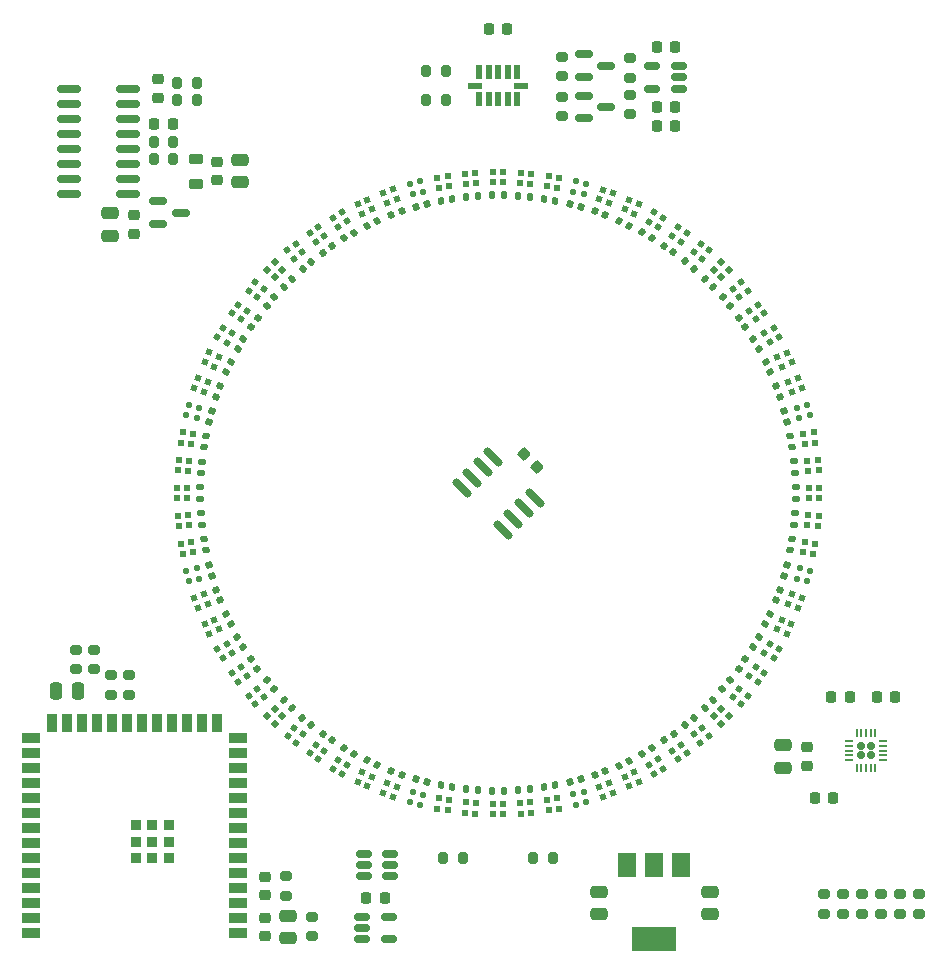
<source format=gbr>
%TF.GenerationSoftware,KiCad,Pcbnew,7.0.10*%
%TF.CreationDate,2024-01-23T14:11:02+00:00*%
%TF.ProjectId,view_base,76696577-5f62-4617-9365-2e6b69636164,rev?*%
%TF.SameCoordinates,Original*%
%TF.FileFunction,Paste,Top*%
%TF.FilePolarity,Positive*%
%FSLAX46Y46*%
G04 Gerber Fmt 4.6, Leading zero omitted, Abs format (unit mm)*
G04 Created by KiCad (PCBNEW 7.0.10) date 2024-01-23 14:11:02*
%MOMM*%
%LPD*%
G01*
G04 APERTURE LIST*
G04 Aperture macros list*
%AMRoundRect*
0 Rectangle with rounded corners*
0 $1 Rounding radius*
0 $2 $3 $4 $5 $6 $7 $8 $9 X,Y pos of 4 corners*
0 Add a 4 corners polygon primitive as box body*
4,1,4,$2,$3,$4,$5,$6,$7,$8,$9,$2,$3,0*
0 Add four circle primitives for the rounded corners*
1,1,$1+$1,$2,$3*
1,1,$1+$1,$4,$5*
1,1,$1+$1,$6,$7*
1,1,$1+$1,$8,$9*
0 Add four rect primitives between the rounded corners*
20,1,$1+$1,$2,$3,$4,$5,0*
20,1,$1+$1,$4,$5,$6,$7,0*
20,1,$1+$1,$6,$7,$8,$9,0*
20,1,$1+$1,$8,$9,$2,$3,0*%
%AMRotRect*
0 Rectangle, with rotation*
0 The origin of the aperture is its center*
0 $1 length*
0 $2 width*
0 $3 Rotation angle, in degrees counterclockwise*
0 Add horizontal line*
21,1,$1,$2,0,0,$3*%
G04 Aperture macros list end*
%ADD10R,1.500000X0.900000*%
%ADD11R,0.900000X1.500000*%
%ADD12R,0.900000X0.900000*%
%ADD13RoundRect,0.200000X0.200000X0.275000X-0.200000X0.275000X-0.200000X-0.275000X0.200000X-0.275000X0*%
%ADD14RoundRect,0.200000X-0.200000X-0.275000X0.200000X-0.275000X0.200000X0.275000X-0.200000X0.275000X0*%
%ADD15RoundRect,0.250000X-0.475000X0.250000X-0.475000X-0.250000X0.475000X-0.250000X0.475000X0.250000X0*%
%ADD16RoundRect,0.225000X-0.250000X0.225000X-0.250000X-0.225000X0.250000X-0.225000X0.250000X0.225000X0*%
%ADD17RoundRect,0.225000X-0.225000X-0.250000X0.225000X-0.250000X0.225000X0.250000X-0.225000X0.250000X0*%
%ADD18RoundRect,0.250000X0.475000X-0.250000X0.475000X0.250000X-0.475000X0.250000X-0.475000X-0.250000X0*%
%ADD19RoundRect,0.225000X0.225000X0.250000X-0.225000X0.250000X-0.225000X-0.250000X0.225000X-0.250000X0*%
%ADD20RoundRect,0.150000X-0.587500X-0.150000X0.587500X-0.150000X0.587500X0.150000X-0.587500X0.150000X0*%
%ADD21RoundRect,0.250000X0.250000X0.475000X-0.250000X0.475000X-0.250000X-0.475000X0.250000X-0.475000X0*%
%ADD22RoundRect,0.150000X-0.512500X-0.150000X0.512500X-0.150000X0.512500X0.150000X-0.512500X0.150000X0*%
%ADD23RoundRect,0.218750X-0.381250X0.218750X-0.381250X-0.218750X0.381250X-0.218750X0.381250X0.218750X0*%
%ADD24RoundRect,0.150000X0.150000X-0.150000X0.150000X0.150000X-0.150000X0.150000X-0.150000X-0.150000X0*%
%ADD25RoundRect,0.050000X0.050000X-0.300000X0.050000X0.300000X-0.050000X0.300000X-0.050000X-0.300000X0*%
%ADD26RoundRect,0.050000X0.300000X-0.050000X0.300000X0.050000X-0.300000X0.050000X-0.300000X-0.050000X0*%
%ADD27RoundRect,0.200000X0.275000X-0.200000X0.275000X0.200000X-0.275000X0.200000X-0.275000X-0.200000X0*%
%ADD28RoundRect,0.150000X0.689429X-0.477297X-0.477297X0.689429X-0.689429X0.477297X0.477297X-0.689429X0*%
%ADD29RoundRect,0.225000X-0.335876X-0.017678X-0.017678X-0.335876X0.335876X0.017678X0.017678X0.335876X0*%
%ADD30RoundRect,0.200000X-0.275000X0.200000X-0.275000X-0.200000X0.275000X-0.200000X0.275000X0.200000X0*%
%ADD31RoundRect,0.150000X0.825000X0.150000X-0.825000X0.150000X-0.825000X-0.150000X0.825000X-0.150000X0*%
%ADD32RoundRect,0.225000X0.250000X-0.225000X0.250000X0.225000X-0.250000X0.225000X-0.250000X-0.225000X0*%
%ADD33RoundRect,0.140000X-0.219557X0.017173X-0.058955X-0.212189X0.219557X-0.017173X0.058955X0.212189X0*%
%ADD34RoundRect,0.150000X0.512500X0.150000X-0.512500X0.150000X-0.512500X-0.150000X0.512500X-0.150000X0*%
%ADD35RotRect,0.500000X0.500000X10.000000*%
%ADD36RoundRect,0.140000X-0.219203X-0.021213X-0.021213X-0.219203X0.219203X0.021213X0.021213X0.219203X0*%
%ADD37RotRect,0.500000X0.500000X320.000000*%
%ADD38R,0.500000X0.500000*%
%ADD39RotRect,0.500000X0.500000X175.000000*%
%ADD40RotRect,0.500000X0.500000X310.000000*%
%ADD41RotRect,0.500000X0.500000X120.000000*%
%ADD42RotRect,0.500000X0.500000X20.000000*%
%ADD43RoundRect,0.140000X0.073414X0.207631X-0.189700X0.111865X-0.073414X-0.207631X0.189700X-0.111865X0*%
%ADD44RotRect,0.500000X0.500000X235.000000*%
%ADD45RoundRect,0.140000X-0.200442X0.091230X-0.127973X-0.179229X0.200442X-0.091230X0.127973X0.179229X0*%
%ADD46RoundRect,0.140000X-0.207631X0.073414X-0.111865X-0.189700X0.207631X-0.073414X0.111865X0.189700X0*%
%ADD47RotRect,0.500000X0.500000X190.000000*%
%ADD48RotRect,0.500000X0.500000X255.000000*%
%ADD49RotRect,0.500000X0.500000X285.000000*%
%ADD50RoundRect,0.140000X-0.198728X-0.094906X0.055038X-0.213239X0.198728X0.094906X-0.055038X0.213239X0*%
%ADD51RoundRect,0.140000X0.220218X0.002028X0.040237X0.216520X-0.220218X-0.002028X-0.040237X-0.216520X0*%
%ADD52RoundRect,0.140000X-0.021213X0.219203X-0.219203X0.021213X0.021213X-0.219203X0.219203X-0.021213X0*%
%ADD53RoundRect,0.140000X0.198728X0.094906X-0.055038X0.213239X-0.198728X-0.094906X0.055038X-0.213239X0*%
%ADD54RotRect,0.500000X0.500000X295.000000*%
%ADD55RotRect,0.500000X0.500000X80.000000*%
%ADD56RoundRect,0.140000X0.206244X0.077224X-0.036244X0.217224X-0.206244X-0.077224X0.036244X-0.217224X0*%
%ADD57RotRect,0.500000X0.500000X115.000000*%
%ADD58RoundRect,0.140000X-0.017173X-0.219557X0.212189X-0.058955X0.017173X0.219557X-0.212189X0.058955X0*%
%ADD59RoundRect,0.140000X-0.127973X0.179229X-0.200442X-0.091230X0.127973X-0.179229X0.200442X0.091230X0*%
%ADD60RotRect,0.500000X0.500000X345.000000*%
%ADD61RoundRect,0.140000X0.167393X0.143107X-0.108353X0.191728X-0.167393X-0.143107X0.108353X-0.191728X0*%
%ADD62RoundRect,0.140000X-0.216520X-0.040237X-0.002028X-0.220218X0.216520X0.040237X0.002028X0.220218X0*%
%ADD63RotRect,0.500000X0.500000X305.000000*%
%ADD64RoundRect,0.140000X-0.124651X-0.181555X0.154284X-0.157151X0.124651X0.181555X-0.154284X0.157151X0*%
%ADD65RoundRect,0.140000X0.157151X-0.154284X0.181555X0.124651X-0.157151X0.154284X-0.181555X-0.124651X0*%
%ADD66RotRect,0.500000X0.500000X145.000000*%
%ADD67RotRect,0.500000X0.500000X140.000000*%
%ADD68RotRect,0.500000X0.500000X260.000000*%
%ADD69RoundRect,0.140000X0.216520X0.040237X0.002028X0.220218X-0.216520X-0.040237X-0.002028X-0.220218X0*%
%ADD70RoundRect,0.140000X0.189700X0.111865X-0.073414X0.207631X-0.189700X-0.111865X0.073414X-0.207631X0*%
%ADD71RotRect,0.500000X0.500000X165.000000*%
%ADD72RoundRect,0.140000X-0.181555X0.124651X-0.157151X-0.154284X0.181555X-0.124651X0.157151X0.154284X0*%
%ADD73RotRect,0.500000X0.500000X230.000000*%
%ADD74RotRect,0.500000X0.500000X85.000000*%
%ADD75RotRect,0.500000X0.500000X150.000000*%
%ADD76RoundRect,0.140000X0.002028X-0.220218X0.216520X-0.040237X-0.002028X0.220218X-0.216520X0.040237X0*%
%ADD77RoundRect,0.140000X-0.167393X-0.143107X0.108353X-0.191728X0.167393X0.143107X-0.108353X0.191728X0*%
%ADD78RotRect,0.500000X0.500000X335.000000*%
%ADD79RoundRect,0.140000X0.217224X-0.036244X0.077224X0.206244X-0.217224X0.036244X-0.077224X-0.206244X0*%
%ADD80RotRect,0.500000X0.500000X125.000000*%
%ADD81RotRect,0.500000X0.500000X105.000000*%
%ADD82RotRect,0.500000X0.500000X325.000000*%
%ADD83RoundRect,0.140000X-0.157151X0.154284X-0.181555X-0.124651X0.157151X-0.154284X0.181555X0.124651X0*%
%ADD84RotRect,0.500000X0.500000X315.000000*%
%ADD85RotRect,0.500000X0.500000X220.000000*%
%ADD86R,0.500000X1.150000*%
%ADD87R,1.150000X0.500000*%
%ADD88RotRect,0.500000X0.500000X300.000000*%
%ADD89RoundRect,0.140000X-0.073414X-0.207631X0.189700X-0.111865X0.073414X0.207631X-0.189700X0.111865X0*%
%ADD90RoundRect,0.140000X-0.077224X0.206244X-0.217224X-0.036244X0.077224X-0.206244X0.217224X0.036244X0*%
%ADD91RoundRect,0.140000X-0.143107X0.167393X-0.191728X-0.108353X0.143107X-0.167393X0.191728X0.108353X0*%
%ADD92RotRect,0.500000X0.500000X210.000000*%
%ADD93RotRect,0.500000X0.500000X110.000000*%
%ADD94RotRect,0.500000X0.500000X185.000000*%
%ADD95RotRect,0.500000X0.500000X155.000000*%
%ADD96RotRect,0.500000X0.500000X55.000000*%
%ADD97RoundRect,0.140000X-0.094906X0.198728X-0.213239X-0.055038X0.094906X-0.198728X0.213239X0.055038X0*%
%ADD98RoundRect,0.140000X0.213239X-0.055038X0.094906X0.198728X-0.213239X0.055038X-0.094906X-0.198728X0*%
%ADD99R,1.500000X2.000000*%
%ADD100R,3.800000X2.000000*%
%ADD101RoundRect,0.140000X-0.191728X0.108353X-0.143107X-0.167393X0.191728X-0.108353X0.143107X0.167393X0*%
%ADD102RoundRect,0.140000X0.219557X-0.017173X0.058955X0.212189X-0.219557X0.017173X-0.058955X-0.212189X0*%
%ADD103RoundRect,0.140000X0.181555X-0.124651X0.157151X0.154284X-0.181555X0.124651X-0.157151X-0.154284X0*%
%ADD104RotRect,0.500000X0.500000X50.000000*%
%ADD105RotRect,0.500000X0.500000X60.000000*%
%ADD106RoundRect,0.140000X-0.212189X-0.058955X0.017173X-0.219557X0.212189X0.058955X-0.017173X0.219557X0*%
%ADD107RoundRect,0.140000X0.108353X0.191728X-0.167393X0.143107X-0.108353X-0.191728X0.167393X-0.143107X0*%
%ADD108RoundRect,0.140000X-0.002028X0.220218X-0.216520X0.040237X0.002028X-0.220218X0.216520X-0.040237X0*%
%ADD109RotRect,0.500000X0.500000X240.000000*%
%ADD110RoundRect,0.140000X-0.170000X0.140000X-0.170000X-0.140000X0.170000X-0.140000X0.170000X0.140000X0*%
%ADD111RotRect,0.500000X0.500000X25.000000*%
%ADD112RotRect,0.500000X0.500000X250.000000*%
%ADD113RoundRect,0.140000X-0.055038X-0.213239X0.198728X-0.094906X0.055038X0.213239X-0.198728X0.094906X0*%
%ADD114RoundRect,0.140000X-0.213239X0.055038X-0.094906X-0.198728X0.213239X-0.055038X0.094906X0.198728X0*%
%ADD115RotRect,0.500000X0.500000X225.000000*%
%ADD116RoundRect,0.140000X0.143107X-0.167393X0.191728X0.108353X-0.143107X0.167393X-0.191728X-0.108353X0*%
%ADD117RoundRect,0.140000X0.094906X-0.198728X0.213239X0.055038X-0.094906X0.198728X-0.213239X-0.055038X0*%
%ADD118RotRect,0.500000X0.500000X340.000000*%
%ADD119RotRect,0.500000X0.500000X45.000000*%
%ADD120RoundRect,0.140000X-0.206244X-0.077224X0.036244X-0.217224X0.206244X0.077224X-0.036244X0.217224X0*%
%ADD121RoundRect,0.225000X-0.225000X-0.250000X0.225000X-0.250000X0.225000X0.250000X-0.225000X0.250000X0*%
%ADD122RoundRect,0.140000X0.040237X-0.216520X0.220218X-0.002028X-0.040237X0.216520X-0.220218X0.002028X0*%
%ADD123RotRect,0.500000X0.500000X170.000000*%
%ADD124RotRect,0.500000X0.500000X330.000000*%
%ADD125RotRect,0.500000X0.500000X100.000000*%
%ADD126RotRect,0.500000X0.500000X205.000000*%
%ADD127RotRect,0.500000X0.500000X65.000000*%
%ADD128RoundRect,0.140000X0.191728X-0.108353X0.143107X0.167393X-0.191728X0.108353X-0.143107X-0.167393X0*%
%ADD129RoundRect,0.140000X0.140000X0.170000X-0.140000X0.170000X-0.140000X-0.170000X0.140000X-0.170000X0*%
%ADD130RoundRect,0.140000X0.207631X-0.073414X0.111865X0.189700X-0.207631X0.073414X-0.111865X-0.189700X0*%
%ADD131RoundRect,0.140000X0.179229X0.127973X-0.091230X0.200442X-0.179229X-0.127973X0.091230X-0.200442X0*%
%ADD132RoundRect,0.140000X0.058955X-0.212189X0.219557X0.017173X-0.058955X0.212189X-0.219557X-0.017173X0*%
%ADD133RoundRect,0.140000X0.212189X0.058955X-0.017173X0.219557X-0.212189X-0.058955X0.017173X-0.219557X0*%
%ADD134RoundRect,0.140000X-0.154284X-0.157151X0.124651X-0.181555X0.154284X0.157151X-0.124651X0.181555X0*%
%ADD135RotRect,0.500000X0.500000X265.000000*%
%ADD136RotRect,0.500000X0.500000X30.000000*%
%ADD137RotRect,0.500000X0.500000X350.000000*%
%ADD138RoundRect,0.140000X-0.220218X-0.002028X-0.040237X-0.216520X0.220218X0.002028X0.040237X0.216520X0*%
%ADD139RoundRect,0.140000X0.021213X-0.219203X0.219203X-0.021213X-0.021213X0.219203X-0.219203X0.021213X0*%
%ADD140RotRect,0.500000X0.500000X40.000000*%
%ADD141RoundRect,0.140000X0.111865X-0.189700X0.207631X0.073414X-0.111865X0.189700X-0.207631X-0.073414X0*%
%ADD142RotRect,0.500000X0.500000X70.000000*%
%ADD143RotRect,0.500000X0.500000X200.000000*%
%ADD144RoundRect,0.140000X0.154284X0.157151X-0.124651X0.181555X-0.154284X-0.157151X0.124651X-0.181555X0*%
%ADD145RotRect,0.500000X0.500000X355.000000*%
%ADD146RoundRect,0.140000X0.077224X-0.206244X0.217224X0.036244X-0.077224X0.206244X-0.217224X-0.036244X0*%
%ADD147RotRect,0.500000X0.500000X290.000000*%
%ADD148RoundRect,0.140000X0.127973X-0.179229X0.200442X0.091230X-0.127973X0.179229X-0.200442X-0.091230X0*%
%ADD149RotRect,0.500000X0.500000X135.000000*%
%ADD150RoundRect,0.140000X0.200442X-0.091230X0.127973X0.179229X-0.200442X0.091230X-0.127973X-0.179229X0*%
%ADD151RoundRect,0.140000X0.170000X-0.140000X0.170000X0.140000X-0.170000X0.140000X-0.170000X-0.140000X0*%
%ADD152RotRect,0.500000X0.500000X160.000000*%
%ADD153RoundRect,0.140000X-0.111865X0.189700X-0.207631X-0.073414X0.111865X-0.189700X0.207631X0.073414X0*%
%ADD154RotRect,0.500000X0.500000X195.000000*%
%ADD155RoundRect,0.140000X-0.040237X0.216520X-0.220218X0.002028X0.040237X-0.216520X0.220218X-0.002028X0*%
%ADD156RotRect,0.500000X0.500000X95.000000*%
%ADD157RoundRect,0.140000X-0.189700X-0.111865X0.073414X-0.207631X0.189700X0.111865X-0.073414X0.207631X0*%
%ADD158RotRect,0.500000X0.500000X35.000000*%
%ADD159RoundRect,0.140000X0.124651X0.181555X-0.154284X0.157151X-0.124651X-0.181555X0.154284X-0.157151X0*%
%ADD160RoundRect,0.140000X-0.108353X-0.191728X0.167393X-0.143107X0.108353X0.191728X-0.167393X0.143107X0*%
%ADD161RoundRect,0.140000X-0.217224X0.036244X-0.077224X-0.206244X0.217224X-0.036244X0.077224X0.206244X0*%
%ADD162RoundRect,0.140000X0.219203X0.021213X0.021213X0.219203X-0.219203X-0.021213X-0.021213X-0.219203X0*%
%ADD163RotRect,0.500000X0.500000X215.000000*%
%ADD164RotRect,0.500000X0.500000X245.000000*%
%ADD165RoundRect,0.140000X-0.091230X-0.200442X0.179229X-0.127973X0.091230X0.200442X-0.179229X0.127973X0*%
%ADD166RotRect,0.500000X0.500000X75.000000*%
%ADD167RotRect,0.500000X0.500000X15.000000*%
%ADD168RoundRect,0.140000X-0.179229X-0.127973X0.091230X-0.200442X0.179229X0.127973X-0.091230X0.200442X0*%
%ADD169RoundRect,0.140000X-0.036244X-0.217224X0.206244X-0.077224X0.036244X0.217224X-0.206244X0.077224X0*%
%ADD170RoundRect,0.140000X0.017173X0.219557X-0.212189X0.058955X-0.017173X-0.219557X0.212189X-0.058955X0*%
%ADD171RotRect,0.500000X0.500000X275.000000*%
%ADD172RoundRect,0.140000X0.055038X0.213239X-0.198728X0.094906X-0.055038X-0.213239X0.198728X-0.094906X0*%
%ADD173RoundRect,0.140000X-0.140000X-0.170000X0.140000X-0.170000X0.140000X0.170000X-0.140000X0.170000X0*%
%ADD174RoundRect,0.140000X0.036244X0.217224X-0.206244X0.077224X-0.036244X-0.217224X0.206244X-0.077224X0*%
%ADD175RotRect,0.500000X0.500000X130.000000*%
%ADD176RotRect,0.500000X0.500000X5.000000*%
%ADD177RotRect,0.500000X0.500000X280.000000*%
%ADD178RoundRect,0.140000X-0.058955X0.212189X-0.219557X-0.017173X0.058955X-0.212189X0.219557X0.017173X0*%
%ADD179RoundRect,0.140000X0.091230X0.200442X-0.179229X0.127973X-0.091230X-0.200442X0.179229X-0.127973X0*%
G04 APERTURE END LIST*
D10*
%TO.C,U7*%
X77985000Y-137230000D03*
X77985000Y-135960000D03*
X77985000Y-134690000D03*
X77985000Y-133420000D03*
X77985000Y-132150000D03*
X77985000Y-130880000D03*
X77985000Y-129610000D03*
X77985000Y-128340000D03*
X77985000Y-127070000D03*
X77985000Y-125800000D03*
X77985000Y-124530000D03*
X77985000Y-123260000D03*
X77985000Y-121990000D03*
X77985000Y-120720000D03*
D11*
X76220000Y-119470000D03*
X74950000Y-119470000D03*
X73680000Y-119470000D03*
X72410000Y-119470000D03*
X71140000Y-119470000D03*
X69870000Y-119470000D03*
X68600000Y-119470000D03*
X67330000Y-119470000D03*
X66060000Y-119470000D03*
X64790000Y-119470000D03*
X63520000Y-119470000D03*
X62250000Y-119470000D03*
D10*
X60485000Y-120720000D03*
X60485000Y-121990000D03*
X60485000Y-123260000D03*
X60485000Y-124530000D03*
X60485000Y-125800000D03*
X60485000Y-127070000D03*
X60485000Y-128340000D03*
X60485000Y-129610000D03*
X60485000Y-130880000D03*
X60485000Y-132150000D03*
X60485000Y-133420000D03*
X60485000Y-134690000D03*
X60485000Y-135960000D03*
X60485000Y-137230000D03*
D12*
X72135000Y-129510000D03*
X70735000Y-128110000D03*
X70735000Y-130910000D03*
X72135000Y-130910000D03*
X69335000Y-128110000D03*
X69335000Y-129510000D03*
X69335000Y-130910000D03*
X72135000Y-128110000D03*
X70735000Y-129510000D03*
%TD*%
D13*
%TO.C,R2*%
X97025000Y-130900000D03*
X95375000Y-130900000D03*
%TD*%
D14*
%TO.C,R1*%
X102975000Y-130900000D03*
X104625000Y-130900000D03*
%TD*%
D15*
%TO.C,C86*%
X124150000Y-121350000D03*
X124150000Y-123250000D03*
%TD*%
D16*
%TO.C,C87*%
X126150000Y-121525000D03*
X126150000Y-123075000D03*
%TD*%
D17*
%TO.C,C89*%
X126825000Y-125800000D03*
X128375000Y-125800000D03*
%TD*%
D15*
%TO.C,C44*%
X67175000Y-76300000D03*
X67175000Y-78200000D03*
%TD*%
D17*
%TO.C,C88*%
X132075000Y-117300000D03*
X133625000Y-117300000D03*
%TD*%
D18*
%TO.C,C33*%
X78175000Y-73700000D03*
X78175000Y-71800000D03*
%TD*%
D19*
%TO.C,C56*%
X72450000Y-68750000D03*
X70900000Y-68750000D03*
%TD*%
D20*
%TO.C,Q1*%
X71237500Y-75300000D03*
X71237500Y-77200000D03*
X73112500Y-76250000D03*
%TD*%
D14*
%TO.C,R14*%
X70850000Y-70250000D03*
X72500000Y-70250000D03*
%TD*%
%TO.C,R11*%
X72850000Y-66750000D03*
X74500000Y-66750000D03*
%TD*%
D21*
%TO.C,C75*%
X64450000Y-116750000D03*
X62550000Y-116750000D03*
%TD*%
D16*
%TO.C,C45*%
X69175000Y-76475000D03*
X69175000Y-78025000D03*
%TD*%
D22*
%TO.C,U1*%
X88475000Y-135860000D03*
X88475000Y-136810000D03*
X88475000Y-137760000D03*
X90750000Y-137760000D03*
X90750000Y-135860000D03*
%TD*%
D23*
%TO.C,L1*%
X74425000Y-71687500D03*
X74425000Y-73812500D03*
%TD*%
D24*
%TO.C,U8*%
X130740000Y-122210000D03*
X131560000Y-122210000D03*
X130740000Y-121390000D03*
X131560000Y-121390000D03*
D25*
X130350000Y-123250000D03*
X130750000Y-123250000D03*
X131150000Y-123250000D03*
X131550000Y-123250000D03*
X131950000Y-123250000D03*
D26*
X132600000Y-122600000D03*
X132600000Y-122200000D03*
X132600000Y-121800000D03*
X132600000Y-121400000D03*
X132600000Y-121000000D03*
D25*
X131950000Y-120350000D03*
X131550000Y-120350000D03*
X131150000Y-120350000D03*
X130750000Y-120350000D03*
X130350000Y-120350000D03*
D26*
X129700000Y-121000000D03*
X129700000Y-121400000D03*
X129700000Y-121800000D03*
X129700000Y-122200000D03*
X129700000Y-122600000D03*
%TD*%
D19*
%TO.C,C5*%
X100775000Y-60700000D03*
X99225000Y-60700000D03*
%TD*%
%TO.C,C91*%
X129775000Y-117300000D03*
X128225000Y-117300000D03*
%TD*%
D27*
%TO.C,R8*%
X68750000Y-117075000D03*
X68750000Y-115425000D03*
%TD*%
D28*
%TO.C,U2*%
X100403051Y-103097128D03*
X101301076Y-102199102D03*
X102199102Y-101301076D03*
X103097128Y-100403051D03*
X99596949Y-96902872D03*
X98698924Y-97800898D03*
X97800898Y-98698924D03*
X96902872Y-99596949D03*
%TD*%
D29*
%TO.C,C2*%
X102201992Y-96701992D03*
X103298008Y-97798008D03*
%TD*%
D19*
%TO.C,C3*%
X90387500Y-134300000D03*
X88837500Y-134300000D03*
%TD*%
D30*
%TO.C,R5*%
X67250000Y-115425000D03*
X67250000Y-117075000D03*
%TD*%
D27*
%TO.C,R10*%
X64249997Y-114899999D03*
X64249997Y-113249999D03*
%TD*%
%TO.C,R9*%
X65750000Y-114899998D03*
X65750000Y-113249998D03*
%TD*%
D31*
%TO.C,U6*%
X68650000Y-74695000D03*
X68650000Y-73425000D03*
X68650000Y-72155000D03*
X68650000Y-70885000D03*
X68650000Y-69615000D03*
X68650000Y-68345000D03*
X68650000Y-67075000D03*
X68650000Y-65805000D03*
X63700000Y-65805000D03*
X63700000Y-67075000D03*
X63700000Y-68345000D03*
X63700000Y-69615000D03*
X63700000Y-70885000D03*
X63700000Y-72155000D03*
X63700000Y-73425000D03*
X63700000Y-74695000D03*
%TD*%
D13*
%TO.C,R12*%
X74500000Y-65250000D03*
X72850000Y-65250000D03*
%TD*%
D32*
%TO.C,C43*%
X76175000Y-73525000D03*
X76175000Y-71975000D03*
%TD*%
D13*
%TO.C,R13*%
X72500000Y-71750000D03*
X70850000Y-71750000D03*
%TD*%
D16*
%TO.C,C55*%
X71175000Y-64975000D03*
X71175000Y-66525000D03*
%TD*%
D30*
%TO.C,R15*%
X127600000Y-133975000D03*
X127600000Y-135625000D03*
%TD*%
%TO.C,R16*%
X129200000Y-133975000D03*
X129200000Y-135625000D03*
%TD*%
%TO.C,R20*%
X135600000Y-133975000D03*
X135600000Y-135625000D03*
%TD*%
%TO.C,R17*%
X130800000Y-133975000D03*
X130800000Y-135625000D03*
%TD*%
%TO.C,R18*%
X132400000Y-133975000D03*
X132400000Y-135625000D03*
%TD*%
%TO.C,R19*%
X134000000Y-133975000D03*
X134000000Y-135625000D03*
%TD*%
D27*
%TO.C,R21*%
X82000000Y-134075000D03*
X82000000Y-132425000D03*
%TD*%
D32*
%TO.C,C76*%
X80250000Y-134025000D03*
X80250000Y-132475000D03*
%TD*%
D16*
%TO.C,C92*%
X80250000Y-135975000D03*
X80250000Y-137525000D03*
%TD*%
D18*
%TO.C,C4*%
X117899999Y-135649999D03*
X117899999Y-133749999D03*
%TD*%
D15*
%TO.C,C1*%
X108499999Y-133750001D03*
X108499999Y-135650001D03*
%TD*%
%TO.C,C90*%
X82250000Y-135800000D03*
X82250000Y-137700000D03*
%TD*%
D33*
%TO.C,C10*%
X79074683Y-114066807D03*
X79625317Y-114853193D03*
%TD*%
D34*
%TO.C,U10*%
X115325000Y-65750000D03*
X115325000Y-64800000D03*
X115325000Y-63850000D03*
X113050000Y-63850000D03*
X113050000Y-65750000D03*
%TD*%
D35*
%TO.C,D23*%
X94833713Y-73293671D03*
X94989996Y-74179998D03*
X95876323Y-74023715D03*
X95720040Y-73137388D03*
%TD*%
D36*
%TO.C,C11*%
X81840589Y-117480589D03*
X82519411Y-118159411D03*
%TD*%
D37*
%TO.C,D42*%
X117144534Y-78876026D03*
X116566026Y-79565466D03*
X117255466Y-80143974D03*
X117833974Y-79454534D03*
%TD*%
D38*
%TO.C,D41*%
X99549997Y-72799997D03*
X99549997Y-73699997D03*
X100449997Y-73699997D03*
X100449997Y-72799997D03*
%TD*%
D39*
%TO.C,D10*%
X98059069Y-127138390D03*
X98137509Y-126241814D03*
X97240933Y-126163374D03*
X97162493Y-127059950D03*
%TD*%
D40*
%TO.C,D60*%
X120545466Y-82166026D03*
X119856026Y-82744534D03*
X120434534Y-83433974D03*
X121123974Y-82855466D03*
%TD*%
D41*
%TO.C,D38*%
X76674439Y-113988860D03*
X77453861Y-113538860D03*
X77003861Y-112759438D03*
X76224439Y-113209438D03*
%TD*%
D42*
%TO.C,D5*%
X90272177Y-74594275D03*
X90579995Y-75439999D03*
X91425719Y-75132181D03*
X91117901Y-74286457D03*
%TD*%
D43*
%TO.C,C61*%
X91821052Y-76145830D03*
X90918948Y-76474170D03*
%TD*%
D44*
%TO.C,D53*%
X122536728Y-115229491D03*
X121799491Y-114713272D03*
X121283272Y-115450509D03*
X122020509Y-115966728D03*
%TD*%
D45*
%TO.C,C8*%
X75515767Y-106066356D03*
X75764233Y-106993644D03*
%TD*%
D46*
%TO.C,C83*%
X76145830Y-108168948D03*
X76474170Y-109071052D03*
%TD*%
D13*
%TO.C,R26*%
X95575000Y-64250000D03*
X93925000Y-64250000D03*
%TD*%
D47*
%TO.C,D63*%
X105171305Y-126705022D03*
X105015022Y-125818695D03*
X104128695Y-125974978D03*
X104284978Y-126861305D03*
%TD*%
D20*
%TO.C,Q3*%
X107250000Y-62850000D03*
X107250000Y-64750000D03*
X109125000Y-63800000D03*
%TD*%
D48*
%TO.C,D17*%
X126391135Y-106601802D03*
X125521802Y-106368865D03*
X125288865Y-107238198D03*
X126158198Y-107471135D03*
%TD*%
D49*
%TO.C,D34*%
X126150584Y-92523676D03*
X125281251Y-92756613D03*
X125514188Y-93625946D03*
X126383521Y-93393009D03*
%TD*%
D50*
%TO.C,C13*%
X88914972Y-122637143D03*
X89785028Y-123042857D03*
%TD*%
D51*
%TO.C,C18*%
X119618538Y-84167701D03*
X119001462Y-83432299D03*
%TD*%
D52*
%TO.C,C72*%
X82519411Y-81850589D03*
X81840589Y-82529411D03*
%TD*%
D53*
%TO.C,C31*%
X111085028Y-77362857D03*
X110214972Y-76957143D03*
%TD*%
D54*
%TO.C,D16*%
X124460924Y-88093847D03*
X123645247Y-88474204D03*
X124025604Y-89289881D03*
X124841281Y-88909524D03*
%TD*%
D55*
%TO.C,D39*%
X73132379Y-95717281D03*
X74018706Y-95873564D03*
X74174989Y-94987237D03*
X73288662Y-94830954D03*
%TD*%
D56*
%TO.C,C60*%
X113015692Y-78410000D03*
X112184308Y-77930000D03*
%TD*%
D57*
%TO.C,D47*%
X75544679Y-111906035D03*
X76360356Y-111525678D03*
X75979999Y-110710001D03*
X75164322Y-111090358D03*
%TD*%
D58*
%TO.C,C25*%
X114076807Y-120935317D03*
X114863193Y-120384683D03*
%TD*%
D59*
%TO.C,C54*%
X75774233Y-93016356D03*
X75525767Y-93943644D03*
%TD*%
D60*
%TO.C,D68*%
X106601802Y-73608865D03*
X106368865Y-74478198D03*
X107238198Y-74711135D03*
X107471135Y-73841802D03*
%TD*%
D61*
%TO.C,C51*%
X104852708Y-75253351D03*
X103907292Y-75086649D03*
%TD*%
D62*
%TO.C,C64*%
X83432299Y-119001462D03*
X84167701Y-119618538D03*
%TD*%
D63*
%TO.C,D69*%
X122020509Y-84033272D03*
X121283272Y-84549491D03*
X121799491Y-85286728D03*
X122536728Y-84770509D03*
%TD*%
D64*
%TO.C,C22*%
X101721827Y-125161835D03*
X102678173Y-125078165D03*
%TD*%
D65*
%TO.C,C16*%
X125068165Y-102678173D03*
X125151835Y-101721827D03*
%TD*%
D66*
%TO.C,D64*%
X84770509Y-122536728D03*
X85286728Y-121799491D03*
X84549491Y-121283272D03*
X84033272Y-122020509D03*
%TD*%
D38*
%TO.C,D21*%
X72800000Y-100450000D03*
X73700000Y-100450000D03*
X73700000Y-99550000D03*
X72800000Y-99550000D03*
%TD*%
D67*
%TO.C,D2*%
X82865466Y-121123974D03*
X83443974Y-120434534D03*
X82754534Y-119856026D03*
X82176026Y-120545466D03*
%TD*%
D68*
%TO.C,D8*%
X126857621Y-104282719D03*
X125971294Y-104126436D03*
X125815011Y-105012763D03*
X126701338Y-105169046D03*
%TD*%
D69*
%TO.C,C37*%
X116567701Y-80998538D03*
X115832299Y-80381462D03*
%TD*%
D19*
%TO.C,C95*%
X115012500Y-68899995D03*
X113462500Y-68899995D03*
%TD*%
D70*
%TO.C,C80*%
X109071052Y-76474170D03*
X108168948Y-76145830D03*
%TD*%
D71*
%TO.C,D28*%
X93398198Y-126391135D03*
X93631135Y-125521802D03*
X92761802Y-125288865D03*
X92528865Y-126158198D03*
%TD*%
D72*
%TO.C,C40*%
X74848165Y-101721827D03*
X74931835Y-102678173D03*
%TD*%
D73*
%TO.C,D62*%
X121123974Y-117144534D03*
X120434534Y-116566026D03*
X119856026Y-117255466D03*
X120545466Y-117833974D03*
%TD*%
D74*
%TO.C,D30*%
X72864984Y-98078136D03*
X73761560Y-98156576D03*
X73840000Y-97260000D03*
X72943424Y-97181560D03*
%TD*%
D75*
%TO.C,D55*%
X86784711Y-123784711D03*
X87234711Y-123005289D03*
X86455289Y-122555289D03*
X86005289Y-123334711D03*
%TD*%
D76*
%TO.C,C57*%
X115834598Y-119617076D03*
X116570000Y-119000000D03*
%TD*%
D77*
%TO.C,C42*%
X95147292Y-124736649D03*
X96092708Y-124903351D03*
%TD*%
D78*
%TO.C,D15*%
X111092340Y-75161983D03*
X110711983Y-75977660D03*
X111527660Y-76358017D03*
X111908017Y-75542340D03*
%TD*%
D27*
%TO.C,R24*%
X105450000Y-68075000D03*
X105450000Y-66425000D03*
%TD*%
D79*
%TO.C,C19*%
X122060000Y-87815692D03*
X121580000Y-86984308D03*
%TD*%
D80*
%TO.C,D29*%
X77979491Y-115966728D03*
X78716728Y-115450509D03*
X78200509Y-114713272D03*
X77463272Y-115229491D03*
%TD*%
D81*
%TO.C,D65*%
X73843604Y-107472271D03*
X74712937Y-107239334D03*
X74480000Y-106370001D03*
X73610667Y-106602938D03*
%TD*%
D82*
%TO.C,D33*%
X115229491Y-77463272D03*
X114713272Y-78200509D03*
X115450509Y-78716728D03*
X115966728Y-77979491D03*
%TD*%
D83*
%TO.C,C21*%
X74941835Y-97331827D03*
X74858165Y-98288173D03*
%TD*%
D84*
%TO.C,D51*%
X118910000Y-80443604D03*
X118273604Y-81080000D03*
X118910000Y-81716396D03*
X119546396Y-81080000D03*
%TD*%
D85*
%TO.C,D9*%
X117823974Y-120545466D03*
X117245466Y-119856026D03*
X116556026Y-120434534D03*
X117134534Y-121123974D03*
%TD*%
D86*
%TO.C,U9*%
X101600000Y-66625000D03*
X100800000Y-66625000D03*
X100000000Y-66625000D03*
X99200000Y-66625000D03*
X98400000Y-66625000D03*
D87*
X98075000Y-65500000D03*
D86*
X98400000Y-64375000D03*
X99200000Y-64375000D03*
X100000000Y-64375000D03*
X100800000Y-64375000D03*
X101600000Y-64375000D03*
D87*
X101925000Y-65500000D03*
%TD*%
D88*
%TO.C,D7*%
X123330000Y-86010578D03*
X122550578Y-86460578D03*
X123000578Y-87240000D03*
X123780000Y-86790000D03*
%TD*%
D38*
%TO.C,D61*%
X127190000Y-99550000D03*
X126290000Y-99550000D03*
X126290000Y-100450000D03*
X127190000Y-100450000D03*
%TD*%
D30*
%TO.C,R28*%
X111150000Y-63175000D03*
X111150000Y-64825000D03*
%TD*%
D89*
%TO.C,C15*%
X108168948Y-123854170D03*
X109071052Y-123525830D03*
%TD*%
D90*
%TO.C,C39*%
X78420000Y-86984308D03*
X77940000Y-87815692D03*
%TD*%
D91*
%TO.C,C74*%
X75253351Y-95147292D03*
X75086649Y-96092708D03*
%TD*%
D92*
%TO.C,D27*%
X113988861Y-123325559D03*
X113538861Y-122546137D03*
X112759439Y-122996137D03*
X113209439Y-123775559D03*
%TD*%
D93*
%TO.C,D56*%
X74601047Y-109726771D03*
X75446771Y-109418953D03*
X75138953Y-108573229D03*
X74293229Y-108881047D03*
%TD*%
D94*
%TO.C,D72*%
X102817508Y-127059068D03*
X102739068Y-126162492D03*
X101842492Y-126240932D03*
X101920932Y-127137508D03*
%TD*%
D34*
%TO.C,U5*%
X90887500Y-132450000D03*
X90887500Y-131500000D03*
X90887500Y-130550000D03*
X88612500Y-130550000D03*
X88612500Y-131500000D03*
X88612500Y-132450000D03*
%TD*%
D95*
%TO.C,D46*%
X88917660Y-124838017D03*
X89298017Y-124022340D03*
X88482340Y-123641983D03*
X88101983Y-124457660D03*
%TD*%
D96*
%TO.C,D13*%
X77466543Y-84771018D03*
X78203780Y-85287237D03*
X78719999Y-84550000D03*
X77982762Y-84033781D03*
%TD*%
D97*
%TO.C,C32*%
X77362857Y-88914972D03*
X76957143Y-89785028D03*
%TD*%
D98*
%TO.C,C69*%
X123052857Y-89785028D03*
X122647143Y-88914972D03*
%TD*%
D99*
%TO.C,U4*%
X115500002Y-131450000D03*
X113200002Y-131450000D03*
D100*
X113200002Y-137750000D03*
D99*
X110900002Y-131450000D03*
%TD*%
D101*
%TO.C,C7*%
X75090000Y-103900000D03*
X75256702Y-104845416D03*
%TD*%
D102*
%TO.C,C28*%
X120925317Y-85933193D03*
X120374683Y-85146807D03*
%TD*%
D103*
%TO.C,C17*%
X125151835Y-98278173D03*
X125068165Y-97321827D03*
%TD*%
D104*
%TO.C,D22*%
X78876026Y-82855466D03*
X79565466Y-83433974D03*
X80143974Y-82744534D03*
X79454534Y-82166026D03*
%TD*%
D105*
%TO.C,D4*%
X76225289Y-86804711D03*
X77004711Y-87254711D03*
X77454711Y-86475289D03*
X76675289Y-86025289D03*
%TD*%
D106*
%TO.C,C12*%
X85156807Y-120364683D03*
X85943193Y-120915317D03*
%TD*%
D107*
%TO.C,C53*%
X96092708Y-75096649D03*
X95147292Y-75263351D03*
%TD*%
D108*
%TO.C,C82*%
X84177701Y-80401462D03*
X83442299Y-81018538D03*
%TD*%
D109*
%TO.C,D44*%
X123774711Y-113215289D03*
X122995289Y-112765289D03*
X122545289Y-113544711D03*
X123324711Y-113994711D03*
%TD*%
D110*
%TO.C,C63*%
X74800000Y-99520000D03*
X74800000Y-100480000D03*
%TD*%
D111*
%TO.C,D67*%
X88099639Y-75544322D03*
X88479996Y-76359999D03*
X89295673Y-75979642D03*
X88915316Y-75163965D03*
%TD*%
D112*
%TO.C,D26*%
X125706771Y-108881047D03*
X124861047Y-108573229D03*
X124553229Y-109418953D03*
X125398953Y-109726771D03*
%TD*%
D113*
%TO.C,C66*%
X110224972Y-123062857D03*
X111095028Y-122657143D03*
%TD*%
D114*
%TO.C,C9*%
X76957143Y-110214972D03*
X77362857Y-111085028D03*
%TD*%
D19*
%TO.C,C94*%
X115012500Y-67350000D03*
X113462500Y-67350000D03*
%TD*%
D27*
%TO.C,R25*%
X105437500Y-64699998D03*
X105437500Y-63049998D03*
%TD*%
D115*
%TO.C,D71*%
X119546396Y-118910000D03*
X118910000Y-118273604D03*
X118273604Y-118910000D03*
X118910000Y-119546396D03*
%TD*%
D116*
%TO.C,C68*%
X124736649Y-104852708D03*
X124903351Y-103907292D03*
%TD*%
D117*
%TO.C,C26*%
X122637143Y-111085028D03*
X123042857Y-110214972D03*
%TD*%
D118*
%TO.C,D6*%
X108881047Y-74293229D03*
X108573229Y-75138953D03*
X109418953Y-75446771D03*
X109726771Y-74601047D03*
%TD*%
D119*
%TO.C,D31*%
X80453604Y-81080000D03*
X81090000Y-81716396D03*
X81726396Y-81080000D03*
X81090000Y-80443604D03*
%TD*%
D38*
%TO.C,D1*%
X100450000Y-127200000D03*
X100450000Y-126300000D03*
X99550000Y-126300000D03*
X99550000Y-127200000D03*
%TD*%
D120*
%TO.C,C65*%
X86984308Y-121580000D03*
X87815692Y-122060000D03*
%TD*%
D121*
%TO.C,C93*%
X113462501Y-62250000D03*
X115012501Y-62250000D03*
%TD*%
D122*
%TO.C,C77*%
X118991462Y-116567701D03*
X119608538Y-115832299D03*
%TD*%
D123*
%TO.C,D19*%
X95715022Y-126861305D03*
X95871305Y-125974978D03*
X94984978Y-125818695D03*
X94828695Y-126705022D03*
%TD*%
D124*
%TO.C,D24*%
X113205289Y-76225289D03*
X112755289Y-77004711D03*
X113534711Y-77454711D03*
X113984711Y-76675289D03*
%TD*%
D125*
%TO.C,D3*%
X73292091Y-105162319D03*
X74178418Y-105006036D03*
X74022135Y-104119709D03*
X73135808Y-104275992D03*
%TD*%
D126*
%TO.C,D36*%
X111898017Y-124457660D03*
X111517660Y-123641983D03*
X110701983Y-124022340D03*
X111082340Y-124838017D03*
%TD*%
D127*
%TO.C,D66*%
X75161983Y-88907660D03*
X75977660Y-89288017D03*
X76358017Y-88472340D03*
X75542340Y-88091983D03*
%TD*%
D128*
%TO.C,C49*%
X124913351Y-96092708D03*
X124746649Y-95147292D03*
%TD*%
D129*
%TO.C,C79*%
X100480000Y-74790000D03*
X99520000Y-74790000D03*
%TD*%
D130*
%TO.C,C38*%
X123844170Y-91831052D03*
X123515830Y-90928948D03*
%TD*%
D131*
%TO.C,C50*%
X106989999Y-75770001D03*
X106062711Y-75521535D03*
%TD*%
D132*
%TO.C,C67*%
X120374683Y-114853193D03*
X120925317Y-114066807D03*
%TD*%
D133*
%TO.C,C30*%
X114843193Y-79625317D03*
X114056807Y-79074683D03*
%TD*%
D134*
%TO.C,C24*%
X97321827Y-125078165D03*
X98278173Y-125161835D03*
%TD*%
D135*
%TO.C,D70*%
X127137508Y-101920932D03*
X126240932Y-101842492D03*
X126162492Y-102739068D03*
X127059068Y-102817508D03*
%TD*%
D136*
%TO.C,D58*%
X86009993Y-76670577D03*
X86459993Y-77449999D03*
X87239415Y-76999999D03*
X86789415Y-76220577D03*
%TD*%
D137*
%TO.C,D59*%
X104284978Y-73138695D03*
X104128695Y-74025022D03*
X105015022Y-74181305D03*
X105171305Y-73294978D03*
%TD*%
D138*
%TO.C,C85*%
X80391462Y-115832299D03*
X81008538Y-116567701D03*
%TD*%
D139*
%TO.C,C47*%
X117480589Y-118159411D03*
X118159411Y-117480589D03*
%TD*%
D140*
%TO.C,D40*%
X82166026Y-79454534D03*
X82744534Y-80143974D03*
X83433974Y-79565466D03*
X82855466Y-78876026D03*
%TD*%
D141*
%TO.C,C58*%
X123515830Y-109071052D03*
X123844170Y-108168948D03*
%TD*%
D142*
%TO.C,D57*%
X74286457Y-91127905D03*
X75132181Y-91435723D03*
X75439999Y-90589999D03*
X74594275Y-90282181D03*
%TD*%
D143*
%TO.C,D45*%
X109716771Y-125398953D03*
X109408953Y-124553229D03*
X108563229Y-124861047D03*
X108871047Y-125706771D03*
%TD*%
D144*
%TO.C,C59*%
X102678173Y-74921835D03*
X101721827Y-74838165D03*
%TD*%
D145*
%TO.C,D50*%
X101918437Y-72863421D03*
X101839997Y-73759997D03*
X102736573Y-73838437D03*
X102815013Y-72941861D03*
%TD*%
D146*
%TO.C,C78*%
X121590000Y-113015692D03*
X122070000Y-112184308D03*
%TD*%
D147*
%TO.C,D25*%
X125398831Y-90275287D03*
X124553107Y-90583105D03*
X124860925Y-91428829D03*
X125706649Y-91121011D03*
%TD*%
D148*
%TO.C,C48*%
X124215767Y-106983644D03*
X124464233Y-106056356D03*
%TD*%
D149*
%TO.C,D11*%
X81090000Y-119546396D03*
X81726396Y-118910000D03*
X81090000Y-118273604D03*
X80453604Y-118910000D03*
%TD*%
D150*
%TO.C,C27*%
X124474233Y-93943644D03*
X124225767Y-93016356D03*
%TD*%
D151*
%TO.C,C35*%
X125210000Y-100480000D03*
X125210000Y-99520000D03*
%TD*%
D152*
%TO.C,D37*%
X91118953Y-125706771D03*
X91426771Y-124861047D03*
X90581047Y-124553229D03*
X90273229Y-125398953D03*
%TD*%
D153*
%TO.C,C20*%
X76484170Y-90928948D03*
X76155830Y-91831052D03*
%TD*%
D154*
%TO.C,D54*%
X107471135Y-126148198D03*
X107238198Y-125278865D03*
X106368865Y-125511802D03*
X106601802Y-126381135D03*
%TD*%
D155*
%TO.C,C62*%
X81008538Y-83432299D03*
X80391462Y-84167701D03*
%TD*%
D27*
%TO.C,R27*%
X111150000Y-67900000D03*
X111150000Y-66250000D03*
%TD*%
D156*
%TO.C,D12*%
X72950932Y-102817508D03*
X73847508Y-102739068D03*
X73769068Y-101842492D03*
X72872492Y-101920932D03*
%TD*%
D157*
%TO.C,C41*%
X90928948Y-123515830D03*
X91831052Y-123844170D03*
%TD*%
D158*
%TO.C,D49*%
X84033776Y-77982763D03*
X84549995Y-78720000D03*
X85287232Y-78203781D03*
X84771013Y-77466544D03*
%TD*%
D159*
%TO.C,C36*%
X98278173Y-74848165D03*
X97321827Y-74931835D03*
%TD*%
D13*
%TO.C,R23*%
X95575000Y-66750000D03*
X93925000Y-66750000D03*
%TD*%
D160*
%TO.C,C23*%
X103907292Y-124913351D03*
X104852708Y-124746649D03*
%TD*%
D161*
%TO.C,C84*%
X77930000Y-112194308D03*
X78410000Y-113025692D03*
%TD*%
D162*
%TO.C,C29*%
X118159411Y-82519411D03*
X117480589Y-81840589D03*
%TD*%
D163*
%TO.C,D18*%
X115966728Y-122020509D03*
X115450509Y-121283272D03*
X114713272Y-121799491D03*
X115229491Y-122536728D03*
%TD*%
D164*
%TO.C,D35*%
X124838017Y-111082340D03*
X124022340Y-110701983D03*
X123641983Y-111517660D03*
X124457660Y-111898017D03*
%TD*%
D165*
%TO.C,C46*%
X106066356Y-124474233D03*
X106993644Y-124225767D03*
%TD*%
D166*
%TO.C,D48*%
X73608865Y-93398198D03*
X74478198Y-93631135D03*
X74711135Y-92761802D03*
X73841802Y-92528865D03*
%TD*%
D167*
%TO.C,D14*%
X92527059Y-73840665D03*
X92759996Y-74709998D03*
X93629329Y-74477061D03*
X93396392Y-73607728D03*
%TD*%
D168*
%TO.C,C14*%
X93016356Y-124225767D03*
X93943644Y-124474233D03*
%TD*%
D169*
%TO.C,C34*%
X112194308Y-122080000D03*
X113025692Y-121600000D03*
%TD*%
D170*
%TO.C,C71*%
X85933193Y-79084683D03*
X85146807Y-79635317D03*
%TD*%
D171*
%TO.C,D52*%
X127049068Y-97182492D03*
X126152492Y-97260932D03*
X126230932Y-98157508D03*
X127127508Y-98079068D03*
%TD*%
D172*
%TO.C,C70*%
X89785028Y-76957143D03*
X88914972Y-77362857D03*
%TD*%
D173*
%TO.C,C6*%
X99520000Y-125210000D03*
X100480000Y-125210000D03*
%TD*%
D30*
%TO.C,R22*%
X84250000Y-135850002D03*
X84250000Y-137500002D03*
%TD*%
D174*
%TO.C,C81*%
X87810000Y-77940000D03*
X86978616Y-78420000D03*
%TD*%
D175*
%TO.C,D20*%
X79450001Y-117829999D03*
X80139441Y-117251491D03*
X79560933Y-116562051D03*
X78871493Y-117140559D03*
%TD*%
D176*
%TO.C,D32*%
X97181556Y-72943422D03*
X97259996Y-73839998D03*
X98156572Y-73761558D03*
X98078132Y-72864982D03*
%TD*%
D177*
%TO.C,D43*%
X126705022Y-94838695D03*
X125818695Y-94994978D03*
X125974978Y-95881305D03*
X126861305Y-95725022D03*
%TD*%
D178*
%TO.C,C73*%
X79635317Y-85156807D03*
X79084683Y-85943193D03*
%TD*%
D20*
%TO.C,Q2*%
X107250000Y-66350000D03*
X107250000Y-68250000D03*
X109125000Y-67300000D03*
%TD*%
D179*
%TO.C,C52*%
X93940000Y-75520001D03*
X93012712Y-75768467D03*
%TD*%
M02*

</source>
